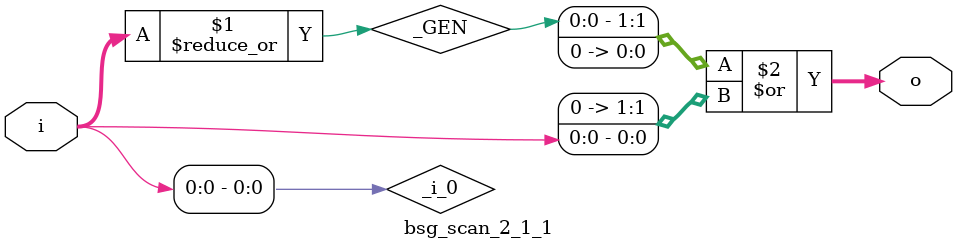
<source format=v>
module bsg_scan_2_1_1(	// file.cleaned.mlir:2:3
  input  [1:0] i,	// file.cleaned.mlir:2:32
  output [1:0] o	// file.cleaned.mlir:2:45
);

  wire _GEN;	// file.cleaned.mlir:9:10
  wire _i_0;	// file.cleaned.mlir:8:10
  assign _i_0 = i[0];	// file.cleaned.mlir:8:10
  assign _GEN = |i;	// file.cleaned.mlir:9:10
  assign o = {_GEN, 1'h0} | {1'h0, _i_0};	// file.cleaned.mlir:4:14, :5:10, :6:10, :7:10, :8:10, :9:10, :10:5
endmodule


</source>
